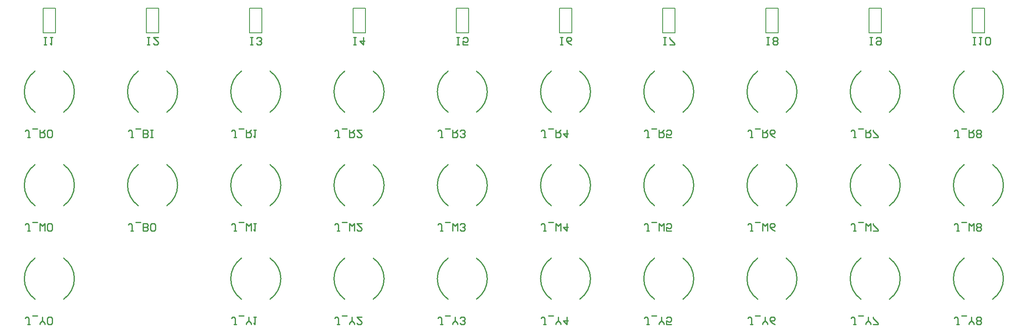
<source format=gbo>
%FSLAX23Y23*%
%MOIN*%
G70*
G01*
G75*
%ADD10O,0.012X0.059*%
%ADD11R,0.012X0.059*%
%ADD12O,0.059X0.012*%
%ADD13R,0.059X0.012*%
%ADD14C,0.010*%
%ADD15C,0.110*%
%ADD16O,0.236X0.130*%
%ADD17C,0.300*%
%ADD18R,0.059X0.059*%
%ADD19C,0.059*%
%ADD20C,0.055*%
%ADD21R,0.053X0.053*%
%ADD22C,0.053*%
%ADD23C,0.047*%
%ADD24R,0.047X0.047*%
%ADD25R,0.059X0.059*%
%ADD26C,0.059*%
%ADD27C,0.065*%
%ADD28C,0.180*%
%ADD29C,0.050*%
%ADD30C,0.008*%
%ADD31C,0.006*%
D14*
X1337Y2249D02*
G03*
X1337Y1917I116J-166D01*
G01*
X1570D02*
G03*
X1570Y2249I-116J166D01*
G01*
Y2677D02*
G03*
X1570Y3009I-116J166D01*
G01*
X1337D02*
G03*
X1337Y2677I116J-166D01*
G01*
X500Y1489D02*
G03*
X500Y1157I116J-166D01*
G01*
X733D02*
G03*
X733Y1489I-116J166D01*
G01*
Y1917D02*
G03*
X733Y2249I-116J166D01*
G01*
X500D02*
G03*
X500Y1917I116J-166D01*
G01*
X8034Y2249D02*
G03*
X8034Y1917I116J-166D01*
G01*
X8266D02*
G03*
X8266Y2249I-116J166D01*
G01*
X7429Y1917D02*
G03*
X7429Y2249I-116J166D01*
G01*
X7197D02*
G03*
X7197Y1917I116J-166D01*
G01*
X6360Y2249D02*
G03*
X6360Y1917I116J-166D01*
G01*
X6592D02*
G03*
X6592Y2249I-116J166D01*
G01*
X5755Y1917D02*
G03*
X5755Y2249I-116J166D01*
G01*
X5523D02*
G03*
X5523Y1917I116J-166D01*
G01*
X4686Y2249D02*
G03*
X4686Y1917I116J-166D01*
G01*
X4918D02*
G03*
X4918Y2249I-116J166D01*
G01*
X4081Y1917D02*
G03*
X4081Y2249I-116J166D01*
G01*
X3849D02*
G03*
X3849Y1917I116J-166D01*
G01*
X3011Y2249D02*
G03*
X3011Y1917I116J-166D01*
G01*
X3244D02*
G03*
X3244Y2249I-116J166D01*
G01*
X2407Y1917D02*
G03*
X2407Y2249I-116J166D01*
G01*
X2174D02*
G03*
X2174Y1917I116J-166D01*
G01*
X500Y3009D02*
G03*
X500Y2677I116J-166D01*
G01*
X733D02*
G03*
X733Y3009I-116J166D01*
G01*
X8266Y1157D02*
G03*
X8266Y1489I-116J166D01*
G01*
X8034D02*
G03*
X8034Y1157I116J-166D01*
G01*
X7197Y1489D02*
G03*
X7197Y1157I116J-166D01*
G01*
X7429D02*
G03*
X7429Y1489I-116J166D01*
G01*
X6592Y1157D02*
G03*
X6592Y1489I-116J166D01*
G01*
X6360D02*
G03*
X6360Y1157I116J-166D01*
G01*
X5523Y1489D02*
G03*
X5523Y1157I116J-166D01*
G01*
X5755D02*
G03*
X5755Y1489I-116J166D01*
G01*
X4918Y1157D02*
G03*
X4918Y1489I-116J166D01*
G01*
X4686D02*
G03*
X4686Y1157I116J-166D01*
G01*
X3849Y1489D02*
G03*
X3849Y1157I116J-166D01*
G01*
X4081D02*
G03*
X4081Y1489I-116J166D01*
G01*
X3244Y1157D02*
G03*
X3244Y1489I-116J166D01*
G01*
X3011D02*
G03*
X3011Y1157I116J-166D01*
G01*
X2174Y1489D02*
G03*
X2174Y1157I116J-166D01*
G01*
X2407D02*
G03*
X2407Y1489I-116J166D01*
G01*
X8266Y2677D02*
G03*
X8266Y3009I-116J166D01*
G01*
X8034D02*
G03*
X8034Y2677I116J-166D01*
G01*
X7197Y3009D02*
G03*
X7197Y2677I116J-166D01*
G01*
X7429D02*
G03*
X7429Y3009I-116J166D01*
G01*
X6592Y2677D02*
G03*
X6592Y3009I-116J166D01*
G01*
X6360D02*
G03*
X6360Y2677I116J-166D01*
G01*
X5523Y3009D02*
G03*
X5523Y2677I116J-166D01*
G01*
X5755D02*
G03*
X5755Y3009I-116J166D01*
G01*
X4918Y2677D02*
G03*
X4918Y3009I-116J166D01*
G01*
X4686D02*
G03*
X4686Y2677I116J-166D01*
G01*
X3849Y3009D02*
G03*
X3849Y2677I116J-166D01*
G01*
X4081D02*
G03*
X4081Y3009I-116J166D01*
G01*
X3244Y2677D02*
G03*
X3244Y3009I-116J166D01*
G01*
X3011D02*
G03*
X3011Y2677I116J-166D01*
G01*
X2174Y3009D02*
G03*
X2174Y2677I116J-166D01*
G01*
X2407D02*
G03*
X2407Y3009I-116J166D01*
G01*
X8106Y3226D02*
X8126D01*
X8116D01*
Y3286D01*
X8106D01*
X8126D01*
X8156D02*
X8176D01*
X8166D01*
Y3226D01*
X8156Y3236D01*
X8206D02*
X8216Y3226D01*
X8236D01*
X8246Y3236D01*
Y3276D01*
X8236Y3286D01*
X8216D01*
X8206Y3276D01*
Y3236D01*
X7269Y3226D02*
X7289D01*
X7279D01*
Y3286D01*
X7269D01*
X7289D01*
X7319Y3276D02*
X7329Y3286D01*
X7349D01*
X7359Y3276D01*
Y3236D01*
X7349Y3226D01*
X7329D01*
X7319Y3236D01*
Y3246D01*
X7329Y3256D01*
X7359D01*
X6432Y3226D02*
X6452D01*
X6442D01*
Y3286D01*
X6432D01*
X6452D01*
X6482Y3236D02*
X6492Y3226D01*
X6512D01*
X6522Y3236D01*
Y3246D01*
X6512Y3256D01*
X6522Y3266D01*
Y3276D01*
X6512Y3286D01*
X6492D01*
X6482Y3276D01*
Y3266D01*
X6492Y3256D01*
X6482Y3246D01*
Y3236D01*
X6492Y3256D02*
X6512D01*
X5595Y3226D02*
X5615D01*
X5605D01*
Y3286D01*
X5595D01*
X5615D01*
X5645Y3226D02*
X5685D01*
Y3236D01*
X5645Y3276D01*
Y3286D01*
X4758Y3226D02*
X4778D01*
X4768D01*
Y3286D01*
X4758D01*
X4778D01*
X4848Y3226D02*
X4828Y3236D01*
X4808Y3256D01*
Y3276D01*
X4818Y3286D01*
X4838D01*
X4848Y3276D01*
Y3266D01*
X4838Y3256D01*
X4808D01*
X3921Y3226D02*
X3941D01*
X3931D01*
Y3286D01*
X3921D01*
X3941D01*
X4011Y3226D02*
X3971D01*
Y3256D01*
X3991Y3246D01*
X4001D01*
X4011Y3256D01*
Y3276D01*
X4001Y3286D01*
X3981D01*
X3971Y3276D01*
X3084Y3226D02*
X3104D01*
X3094D01*
Y3286D01*
X3084D01*
X3104D01*
X3164D02*
Y3226D01*
X3134Y3256D01*
X3174D01*
X2247Y3226D02*
X2267D01*
X2257D01*
Y3286D01*
X2247D01*
X2267D01*
X2297Y3236D02*
X2307Y3226D01*
X2327D01*
X2337Y3236D01*
Y3246D01*
X2327Y3256D01*
X2317D01*
X2327D01*
X2337Y3266D01*
Y3276D01*
X2327Y3286D01*
X2307D01*
X2297Y3276D01*
X1410Y3226D02*
X1430D01*
X1420D01*
Y3286D01*
X1410D01*
X1430D01*
X1500D02*
X1460D01*
X1500Y3246D01*
Y3236D01*
X1490Y3226D01*
X1470D01*
X1460Y3236D01*
X573Y3226D02*
X593D01*
X583D01*
Y3286D01*
X573D01*
X593D01*
X623D02*
X643D01*
X633D01*
Y3226D01*
X623Y3236D01*
X2133Y2471D02*
X2113D01*
X2123D01*
Y2521D01*
X2113Y2531D01*
X2103D01*
X2093Y2521D01*
X2153Y2541D02*
X2193D01*
X2213Y2531D02*
Y2471D01*
X2243D01*
X2253Y2481D01*
Y2501D01*
X2243Y2511D01*
X2213D01*
X2233D02*
X2253Y2531D01*
X2273D02*
X2293D01*
X2283D01*
Y2471D01*
X2273Y2481D01*
X2970Y2471D02*
X2950D01*
X2960D01*
Y2521D01*
X2950Y2531D01*
X2940D01*
X2930Y2521D01*
X2990Y2541D02*
X3030D01*
X3050Y2531D02*
Y2471D01*
X3080D01*
X3090Y2481D01*
Y2501D01*
X3080Y2511D01*
X3050D01*
X3070D02*
X3090Y2531D01*
X3150D02*
X3110D01*
X3150Y2491D01*
Y2481D01*
X3140Y2471D01*
X3120D01*
X3110Y2481D01*
X3807Y2471D02*
X3787D01*
X3797D01*
Y2521D01*
X3787Y2531D01*
X3777D01*
X3767Y2521D01*
X3827Y2541D02*
X3867D01*
X3887Y2531D02*
Y2471D01*
X3917D01*
X3927Y2481D01*
Y2501D01*
X3917Y2511D01*
X3887D01*
X3907D02*
X3927Y2531D01*
X3947Y2481D02*
X3957Y2471D01*
X3977D01*
X3987Y2481D01*
Y2491D01*
X3977Y2501D01*
X3967D01*
X3977D01*
X3987Y2511D01*
Y2521D01*
X3977Y2531D01*
X3957D01*
X3947Y2521D01*
X4644Y2471D02*
X4624D01*
X4634D01*
Y2521D01*
X4624Y2531D01*
X4614D01*
X4604Y2521D01*
X4664Y2541D02*
X4704D01*
X4724Y2531D02*
Y2471D01*
X4754D01*
X4764Y2481D01*
Y2501D01*
X4754Y2511D01*
X4724D01*
X4744D02*
X4764Y2531D01*
X4814D02*
Y2471D01*
X4784Y2501D01*
X4824D01*
X5481Y2471D02*
X5461D01*
X5471D01*
Y2521D01*
X5461Y2531D01*
X5451D01*
X5441Y2521D01*
X5501Y2541D02*
X5541D01*
X5561Y2531D02*
Y2471D01*
X5591D01*
X5601Y2481D01*
Y2501D01*
X5591Y2511D01*
X5561D01*
X5581D02*
X5601Y2531D01*
X5661Y2471D02*
X5621D01*
Y2501D01*
X5641Y2491D01*
X5651D01*
X5661Y2501D01*
Y2521D01*
X5651Y2531D01*
X5631D01*
X5621Y2521D01*
X6318Y2471D02*
X6298D01*
X6308D01*
Y2521D01*
X6298Y2531D01*
X6288D01*
X6278Y2521D01*
X6338Y2541D02*
X6378D01*
X6398Y2531D02*
Y2471D01*
X6428D01*
X6438Y2481D01*
Y2501D01*
X6428Y2511D01*
X6398D01*
X6418D02*
X6438Y2531D01*
X6498Y2471D02*
X6478Y2481D01*
X6458Y2501D01*
Y2521D01*
X6468Y2531D01*
X6488D01*
X6498Y2521D01*
Y2511D01*
X6488Y2501D01*
X6458D01*
X7155Y2471D02*
X7135D01*
X7145D01*
Y2521D01*
X7135Y2531D01*
X7125D01*
X7115Y2521D01*
X7175Y2541D02*
X7215D01*
X7235Y2531D02*
Y2471D01*
X7265D01*
X7275Y2481D01*
Y2501D01*
X7265Y2511D01*
X7235D01*
X7255D02*
X7275Y2531D01*
X7295Y2471D02*
X7335D01*
Y2481D01*
X7295Y2521D01*
Y2531D01*
X7992Y2471D02*
X7972D01*
X7982D01*
Y2521D01*
X7972Y2531D01*
X7962D01*
X7952Y2521D01*
X8012Y2541D02*
X8052D01*
X8072Y2531D02*
Y2471D01*
X8102D01*
X8112Y2481D01*
Y2501D01*
X8102Y2511D01*
X8072D01*
X8092D02*
X8112Y2531D01*
X8132Y2481D02*
X8142Y2471D01*
X8162D01*
X8172Y2481D01*
Y2491D01*
X8162Y2501D01*
X8172Y2511D01*
Y2521D01*
X8162Y2531D01*
X8142D01*
X8132Y2521D01*
Y2511D01*
X8142Y2501D01*
X8132Y2491D01*
Y2481D01*
X8142Y2501D02*
X8162D01*
X2133Y951D02*
X2113D01*
X2123D01*
Y1001D01*
X2113Y1011D01*
X2103D01*
X2093Y1001D01*
X2153Y1021D02*
X2193D01*
X2213Y951D02*
Y961D01*
X2233Y981D01*
X2253Y961D01*
Y951D01*
X2233Y981D02*
Y1011D01*
X2273D02*
X2293D01*
X2283D01*
Y951D01*
X2273Y961D01*
X2970Y951D02*
X2950D01*
X2960D01*
Y1001D01*
X2950Y1011D01*
X2940D01*
X2930Y1001D01*
X2990Y1021D02*
X3030D01*
X3050Y951D02*
Y961D01*
X3070Y981D01*
X3090Y961D01*
Y951D01*
X3070Y981D02*
Y1011D01*
X3150D02*
X3110D01*
X3150Y971D01*
Y961D01*
X3140Y951D01*
X3120D01*
X3110Y961D01*
X3807Y951D02*
X3787D01*
X3797D01*
Y1001D01*
X3787Y1011D01*
X3777D01*
X3767Y1001D01*
X3827Y1021D02*
X3867D01*
X3887Y951D02*
Y961D01*
X3907Y981D01*
X3927Y961D01*
Y951D01*
X3907Y981D02*
Y1011D01*
X3947Y961D02*
X3957Y951D01*
X3977D01*
X3987Y961D01*
Y971D01*
X3977Y981D01*
X3967D01*
X3977D01*
X3987Y991D01*
Y1001D01*
X3977Y1011D01*
X3957D01*
X3947Y1001D01*
X4644Y951D02*
X4624D01*
X4634D01*
Y1001D01*
X4624Y1011D01*
X4614D01*
X4604Y1001D01*
X4664Y1021D02*
X4704D01*
X4724Y951D02*
Y961D01*
X4744Y981D01*
X4764Y961D01*
Y951D01*
X4744Y981D02*
Y1011D01*
X4814D02*
Y951D01*
X4784Y981D01*
X4824D01*
X5481Y951D02*
X5461D01*
X5471D01*
Y1001D01*
X5461Y1011D01*
X5451D01*
X5441Y1001D01*
X5501Y1021D02*
X5541D01*
X5561Y951D02*
Y961D01*
X5581Y981D01*
X5601Y961D01*
Y951D01*
X5581Y981D02*
Y1011D01*
X5661Y951D02*
X5621D01*
Y981D01*
X5641Y971D01*
X5651D01*
X5661Y981D01*
Y1001D01*
X5651Y1011D01*
X5631D01*
X5621Y1001D01*
X6318Y951D02*
X6298D01*
X6308D01*
Y1001D01*
X6298Y1011D01*
X6288D01*
X6278Y1001D01*
X6338Y1021D02*
X6378D01*
X6398Y951D02*
Y961D01*
X6418Y981D01*
X6438Y961D01*
Y951D01*
X6418Y981D02*
Y1011D01*
X6498Y951D02*
X6478Y961D01*
X6458Y981D01*
Y1001D01*
X6468Y1011D01*
X6488D01*
X6498Y1001D01*
Y991D01*
X6488Y981D01*
X6458D01*
X7155Y951D02*
X7135D01*
X7145D01*
Y1001D01*
X7135Y1011D01*
X7125D01*
X7115Y1001D01*
X7175Y1021D02*
X7215D01*
X7235Y951D02*
Y961D01*
X7255Y981D01*
X7275Y961D01*
Y951D01*
X7255Y981D02*
Y1011D01*
X7295Y951D02*
X7335D01*
Y961D01*
X7295Y1001D01*
Y1011D01*
X7992Y951D02*
X7972D01*
X7982D01*
Y1001D01*
X7972Y1011D01*
X7962D01*
X7952Y1001D01*
X8012Y1021D02*
X8052D01*
X8072Y951D02*
Y961D01*
X8092Y981D01*
X8112Y961D01*
Y951D01*
X8092Y981D02*
Y1011D01*
X8132Y961D02*
X8142Y951D01*
X8162D01*
X8172Y961D01*
Y971D01*
X8162Y981D01*
X8172Y991D01*
Y1001D01*
X8162Y1011D01*
X8142D01*
X8132Y1001D01*
Y991D01*
X8142Y981D01*
X8132Y971D01*
Y961D01*
X8142Y981D02*
X8162D01*
X459Y2471D02*
X439D01*
X449D01*
Y2521D01*
X439Y2531D01*
X429D01*
X419Y2521D01*
X479Y2541D02*
X519D01*
X539Y2531D02*
Y2471D01*
X569D01*
X579Y2481D01*
Y2501D01*
X569Y2511D01*
X539D01*
X559D02*
X579Y2531D01*
X629Y2471D02*
X609D01*
X599Y2481D01*
Y2521D01*
X609Y2531D01*
X629D01*
X639Y2521D01*
Y2481D01*
X629Y2471D01*
X2133Y1711D02*
X2113D01*
X2123D01*
Y1761D01*
X2113Y1771D01*
X2103D01*
X2093Y1761D01*
X2153Y1781D02*
X2193D01*
X2213Y1711D02*
Y1771D01*
X2233Y1751D01*
X2253Y1771D01*
Y1711D01*
X2273Y1771D02*
X2293D01*
X2283D01*
Y1711D01*
X2273Y1721D01*
X2970Y1711D02*
X2950D01*
X2960D01*
Y1761D01*
X2950Y1771D01*
X2940D01*
X2930Y1761D01*
X2990Y1781D02*
X3030D01*
X3050Y1711D02*
Y1771D01*
X3070Y1751D01*
X3090Y1771D01*
Y1711D01*
X3150Y1771D02*
X3110D01*
X3150Y1731D01*
Y1721D01*
X3140Y1711D01*
X3120D01*
X3110Y1721D01*
X3807Y1711D02*
X3787D01*
X3797D01*
Y1761D01*
X3787Y1771D01*
X3777D01*
X3767Y1761D01*
X3827Y1781D02*
X3867D01*
X3887Y1711D02*
Y1771D01*
X3907Y1751D01*
X3927Y1771D01*
Y1711D01*
X3947Y1721D02*
X3957Y1711D01*
X3977D01*
X3987Y1721D01*
Y1731D01*
X3977Y1741D01*
X3967D01*
X3977D01*
X3987Y1751D01*
Y1761D01*
X3977Y1771D01*
X3957D01*
X3947Y1761D01*
X4644Y1711D02*
X4624D01*
X4634D01*
Y1761D01*
X4624Y1771D01*
X4614D01*
X4604Y1761D01*
X4664Y1781D02*
X4704D01*
X4724Y1711D02*
Y1771D01*
X4744Y1751D01*
X4764Y1771D01*
Y1711D01*
X4814Y1771D02*
Y1711D01*
X4784Y1741D01*
X4824D01*
X5481Y1711D02*
X5461D01*
X5471D01*
Y1761D01*
X5461Y1771D01*
X5451D01*
X5441Y1761D01*
X5501Y1781D02*
X5541D01*
X5561Y1711D02*
Y1771D01*
X5581Y1751D01*
X5601Y1771D01*
Y1711D01*
X5661D02*
X5621D01*
Y1741D01*
X5641Y1731D01*
X5651D01*
X5661Y1741D01*
Y1761D01*
X5651Y1771D01*
X5631D01*
X5621Y1761D01*
X6318Y1711D02*
X6298D01*
X6308D01*
Y1761D01*
X6298Y1771D01*
X6288D01*
X6278Y1761D01*
X6338Y1781D02*
X6378D01*
X6398Y1711D02*
Y1771D01*
X6418Y1751D01*
X6438Y1771D01*
Y1711D01*
X6498D02*
X6478Y1721D01*
X6458Y1741D01*
Y1761D01*
X6468Y1771D01*
X6488D01*
X6498Y1761D01*
Y1751D01*
X6488Y1741D01*
X6458D01*
X7155Y1711D02*
X7135D01*
X7145D01*
Y1761D01*
X7135Y1771D01*
X7125D01*
X7115Y1761D01*
X7175Y1781D02*
X7215D01*
X7235Y1711D02*
Y1771D01*
X7255Y1751D01*
X7275Y1771D01*
Y1711D01*
X7295D02*
X7335D01*
Y1721D01*
X7295Y1761D01*
Y1771D01*
X7992Y1711D02*
X7972D01*
X7982D01*
Y1761D01*
X7972Y1771D01*
X7962D01*
X7952Y1761D01*
X8012Y1781D02*
X8052D01*
X8072Y1711D02*
Y1771D01*
X8092Y1751D01*
X8112Y1771D01*
Y1711D01*
X8132Y1721D02*
X8142Y1711D01*
X8162D01*
X8172Y1721D01*
Y1731D01*
X8162Y1741D01*
X8172Y1751D01*
Y1761D01*
X8162Y1771D01*
X8142D01*
X8132Y1761D01*
Y1751D01*
X8142Y1741D01*
X8132Y1731D01*
Y1721D01*
X8142Y1741D02*
X8162D01*
X459Y1711D02*
X439D01*
X449D01*
Y1761D01*
X439Y1771D01*
X429D01*
X419Y1761D01*
X479Y1781D02*
X519D01*
X539Y1711D02*
Y1771D01*
X559Y1751D01*
X579Y1771D01*
Y1711D01*
X629D02*
X609D01*
X599Y1721D01*
Y1761D01*
X609Y1771D01*
X629D01*
X639Y1761D01*
Y1721D01*
X629Y1711D01*
X459Y951D02*
X439D01*
X449D01*
Y1001D01*
X439Y1011D01*
X429D01*
X419Y1001D01*
X479Y1021D02*
X519D01*
X539Y951D02*
Y961D01*
X559Y981D01*
X579Y961D01*
Y951D01*
X559Y981D02*
Y1011D01*
X629Y951D02*
X609D01*
X599Y961D01*
Y1001D01*
X609Y1011D01*
X629D01*
X639Y1001D01*
Y961D01*
X629Y951D01*
X1296Y2471D02*
X1276D01*
X1286D01*
Y2521D01*
X1276Y2531D01*
X1266D01*
X1256Y2521D01*
X1316Y2541D02*
X1356D01*
X1376Y2471D02*
Y2531D01*
X1406D01*
X1416Y2521D01*
Y2511D01*
X1406Y2501D01*
X1376D01*
X1406D01*
X1416Y2491D01*
Y2481D01*
X1406Y2471D01*
X1376D01*
X1436D02*
X1456D01*
X1446D01*
Y2531D01*
X1436D01*
X1456D01*
X1296Y1711D02*
X1276D01*
X1286D01*
Y1761D01*
X1276Y1771D01*
X1266D01*
X1256Y1761D01*
X1316Y1781D02*
X1356D01*
X1376Y1711D02*
Y1771D01*
X1406D01*
X1416Y1761D01*
Y1751D01*
X1406Y1741D01*
X1376D01*
X1406D01*
X1416Y1731D01*
Y1721D01*
X1406Y1711D01*
X1376D01*
X1466D02*
X1446D01*
X1436Y1721D01*
Y1761D01*
X1446Y1771D01*
X1466D01*
X1476Y1761D01*
Y1721D01*
X1466Y1711D01*
D30*
X567Y3320D02*
X667D01*
Y3520D01*
X567D02*
X667D01*
X567Y3320D02*
Y3520D01*
X1404Y3320D02*
X1504D01*
Y3520D01*
X1404D02*
X1504D01*
X1404Y3320D02*
Y3520D01*
X2241Y3320D02*
X2341D01*
Y3520D01*
X2241D02*
X2341D01*
X2241Y3320D02*
Y3520D01*
X3078Y3320D02*
X3178D01*
Y3520D01*
X3078D02*
X3178D01*
X3078Y3320D02*
Y3520D01*
X3915Y3320D02*
X4015D01*
Y3520D01*
X3915D02*
X4015D01*
X3915Y3320D02*
Y3520D01*
X4752Y3320D02*
X4852D01*
Y3520D01*
X4752D02*
X4852D01*
X4752Y3320D02*
Y3520D01*
X5589Y3320D02*
X5689D01*
Y3520D01*
X5589D02*
X5689D01*
X5589Y3320D02*
Y3520D01*
X6426Y3320D02*
X6526D01*
Y3520D01*
X6426D02*
X6526D01*
X6426Y3320D02*
Y3520D01*
X7263Y3320D02*
X7363D01*
Y3520D01*
X7263D02*
X7363D01*
X7263Y3320D02*
Y3520D01*
X8100Y3320D02*
X8200D01*
Y3520D01*
X8100D02*
X8200D01*
X8100Y3320D02*
Y3520D01*
M02*

</source>
